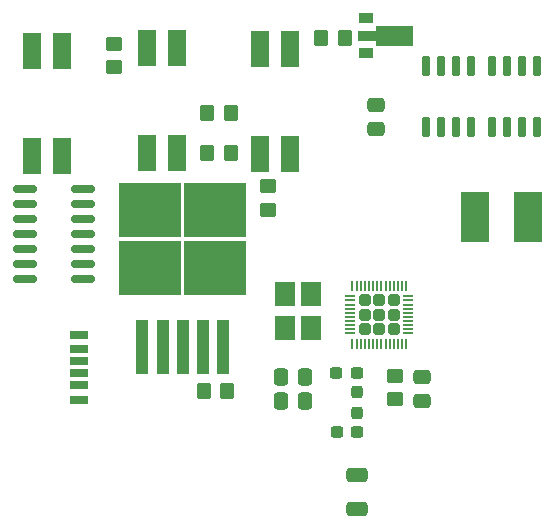
<source format=gbr>
%TF.GenerationSoftware,KiCad,Pcbnew,(6.0.2)*%
%TF.CreationDate,2022-05-11T05:14:46-07:00*%
%TF.ProjectId,InsulinCoolerBoard,496e7375-6c69-46e4-936f-6f6c6572426f,rev?*%
%TF.SameCoordinates,Original*%
%TF.FileFunction,Paste,Top*%
%TF.FilePolarity,Positive*%
%FSLAX46Y46*%
G04 Gerber Fmt 4.6, Leading zero omitted, Abs format (unit mm)*
G04 Created by KiCad (PCBNEW (6.0.2)) date 2022-05-11 05:14:46*
%MOMM*%
%LPD*%
G01*
G04 APERTURE LIST*
G04 Aperture macros list*
%AMRoundRect*
0 Rectangle with rounded corners*
0 $1 Rounding radius*
0 $2 $3 $4 $5 $6 $7 $8 $9 X,Y pos of 4 corners*
0 Add a 4 corners polygon primitive as box body*
4,1,4,$2,$3,$4,$5,$6,$7,$8,$9,$2,$3,0*
0 Add four circle primitives for the rounded corners*
1,1,$1+$1,$2,$3*
1,1,$1+$1,$4,$5*
1,1,$1+$1,$6,$7*
1,1,$1+$1,$8,$9*
0 Add four rect primitives between the rounded corners*
20,1,$1+$1,$2,$3,$4,$5,0*
20,1,$1+$1,$4,$5,$6,$7,0*
20,1,$1+$1,$6,$7,$8,$9,0*
20,1,$1+$1,$8,$9,$2,$3,0*%
%AMFreePoly0*
4,1,9,3.862500,-0.866500,0.737500,-0.866500,0.737500,-0.450000,-0.737500,-0.450000,-0.737500,0.450000,0.737500,0.450000,0.737500,0.866500,3.862500,0.866500,3.862500,-0.866500,3.862500,-0.866500,$1*%
G04 Aperture macros list end*
%ADD10RoundRect,0.250000X0.475000X-0.337500X0.475000X0.337500X-0.475000X0.337500X-0.475000X-0.337500X0*%
%ADD11RoundRect,0.237500X0.237500X-0.287500X0.237500X0.287500X-0.237500X0.287500X-0.237500X-0.287500X0*%
%ADD12R,1.600000X3.100000*%
%ADD13R,2.400000X4.200000*%
%ADD14RoundRect,0.250000X0.450000X-0.350000X0.450000X0.350000X-0.450000X0.350000X-0.450000X-0.350000X0*%
%ADD15RoundRect,0.250000X-0.337500X-0.475000X0.337500X-0.475000X0.337500X0.475000X-0.337500X0.475000X0*%
%ADD16RoundRect,0.237500X0.300000X0.237500X-0.300000X0.237500X-0.300000X-0.237500X0.300000X-0.237500X0*%
%ADD17R,1.600000X0.700000*%
%ADD18R,1.600000X0.760000*%
%ADD19R,1.600000X0.800000*%
%ADD20RoundRect,0.250000X0.350000X0.450000X-0.350000X0.450000X-0.350000X-0.450000X0.350000X-0.450000X0*%
%ADD21R,1.800000X2.100000*%
%ADD22RoundRect,0.250000X-0.650000X0.350000X-0.650000X-0.350000X0.650000X-0.350000X0.650000X0.350000X0*%
%ADD23R,5.250000X4.550000*%
%ADD24R,1.100000X4.600000*%
%ADD25RoundRect,0.247500X0.247500X-0.247500X0.247500X0.247500X-0.247500X0.247500X-0.247500X-0.247500X0*%
%ADD26RoundRect,0.050000X0.050000X-0.350000X0.050000X0.350000X-0.050000X0.350000X-0.050000X-0.350000X0*%
%ADD27RoundRect,0.050000X0.350000X-0.050000X0.350000X0.050000X-0.350000X0.050000X-0.350000X-0.050000X0*%
%ADD28RoundRect,0.250000X-0.475000X0.337500X-0.475000X-0.337500X0.475000X-0.337500X0.475000X0.337500X0*%
%ADD29R,1.300000X0.900000*%
%ADD30FreePoly0,0.000000*%
%ADD31RoundRect,0.150000X0.825000X0.150000X-0.825000X0.150000X-0.825000X-0.150000X0.825000X-0.150000X0*%
%ADD32RoundRect,0.150000X0.150000X-0.725000X0.150000X0.725000X-0.150000X0.725000X-0.150000X-0.725000X0*%
%ADD33RoundRect,0.250000X0.337500X0.475000X-0.337500X0.475000X-0.337500X-0.475000X0.337500X-0.475000X0*%
%ADD34RoundRect,0.250000X-0.350000X-0.450000X0.350000X-0.450000X0.350000X0.450000X-0.350000X0.450000X0*%
%ADD35RoundRect,0.250000X-0.450000X0.350000X-0.450000X-0.350000X0.450000X-0.350000X0.450000X0.350000X0*%
G04 APERTURE END LIST*
D10*
%TO.C,C17*%
X128270000Y-76348500D03*
X128270000Y-74273500D03*
%TD*%
D11*
%TO.C,L1*%
X126669800Y-100341400D03*
X126669800Y-98591400D03*
%TD*%
D12*
%TO.C,U14*%
X118465600Y-78428200D03*
X121005600Y-78428200D03*
X121005600Y-69538200D03*
X118465600Y-69538200D03*
%TD*%
D13*
%TO.C,L2*%
X141097000Y-83769200D03*
X136597000Y-83769200D03*
%TD*%
D14*
%TO.C,R10*%
X129822299Y-99196400D03*
X129822299Y-97196400D03*
%TD*%
D15*
%TO.C,C3*%
X120175200Y-97282000D03*
X122250200Y-97282000D03*
%TD*%
D16*
%TO.C,C2*%
X126617900Y-96977200D03*
X124892900Y-96977200D03*
%TD*%
%TO.C,C1*%
X126644400Y-101955600D03*
X124919400Y-101955600D03*
%TD*%
D17*
%TO.C,J2*%
X103100055Y-95998600D03*
D18*
X103100055Y-98018600D03*
D19*
X103100055Y-99248600D03*
D17*
X103100055Y-96998600D03*
D18*
X103100055Y-94978600D03*
D19*
X103100055Y-93748600D03*
%TD*%
D20*
%TO.C,R40*%
X115655600Y-98501200D03*
X113655600Y-98501200D03*
%TD*%
D21*
%TO.C,Y1*%
X122783299Y-93174701D03*
X122783299Y-90274701D03*
X120583299Y-90274701D03*
X120583299Y-93174701D03*
%TD*%
D22*
%TO.C,AE1*%
X126644400Y-105613200D03*
X126644400Y-108513200D03*
%TD*%
D23*
%TO.C,U17*%
X109105600Y-83211800D03*
X109105600Y-88061800D03*
X114655600Y-83211800D03*
X114655600Y-88061800D03*
D24*
X108480600Y-94786800D03*
X110180600Y-94786800D03*
X111880600Y-94786800D03*
X113580600Y-94786800D03*
X115280600Y-94786800D03*
%TD*%
D25*
%TO.C,U1*%
X127308299Y-93282701D03*
X129768299Y-92052701D03*
X129768299Y-90822701D03*
X128538299Y-92052701D03*
X128538299Y-90822701D03*
X129768299Y-93282701D03*
X127308299Y-92052701D03*
X127308299Y-90822701D03*
X128538299Y-93282701D03*
D26*
X126263299Y-94502701D03*
X126613299Y-94502701D03*
X126963299Y-94502701D03*
X127313299Y-94502701D03*
X127663299Y-94502701D03*
X128013299Y-94502701D03*
X128363299Y-94502701D03*
X128713299Y-94502701D03*
X129063299Y-94502701D03*
X129413299Y-94502701D03*
X129763299Y-94502701D03*
X130113299Y-94502701D03*
X130463299Y-94502701D03*
X130813299Y-94502701D03*
D27*
X130988299Y-93627701D03*
X130988299Y-93277701D03*
X130988299Y-92927701D03*
X130988299Y-92577701D03*
X130988299Y-92227701D03*
X130988299Y-91877701D03*
X130988299Y-91527701D03*
X130988299Y-91177701D03*
X130988299Y-90827701D03*
X130988299Y-90477701D03*
D26*
X130813299Y-89602701D03*
X130463299Y-89602701D03*
X130113299Y-89602701D03*
X129763299Y-89602701D03*
X129413299Y-89602701D03*
X129063299Y-89602701D03*
X128713299Y-89602701D03*
X128363299Y-89602701D03*
X128013299Y-89602701D03*
X127663299Y-89602701D03*
X127313299Y-89602701D03*
X126963299Y-89602701D03*
X126613299Y-89602701D03*
X126263299Y-89602701D03*
D27*
X126088299Y-90477701D03*
X126088299Y-90827701D03*
X126088299Y-91177701D03*
X126088299Y-91527701D03*
X126088299Y-91877701D03*
X126088299Y-92227701D03*
X126088299Y-92577701D03*
X126088299Y-92927701D03*
X126088299Y-93277701D03*
X126088299Y-93627701D03*
%TD*%
D28*
%TO.C,C16*%
X132108299Y-97298901D03*
X132108299Y-99373901D03*
%TD*%
D29*
%TO.C,U19*%
X127382000Y-66902200D03*
D30*
X127469500Y-68402200D03*
D29*
X127382000Y-69902200D03*
%TD*%
D20*
%TO.C,R27*%
X115960400Y-74980800D03*
X113960400Y-74980800D03*
%TD*%
D31*
%TO.C,U5*%
X103465400Y-89052400D03*
X103465400Y-87782400D03*
X103465400Y-86512400D03*
X103465400Y-85242400D03*
X103465400Y-83972400D03*
X103465400Y-82702400D03*
X103465400Y-81432400D03*
X98515400Y-81432400D03*
X98515400Y-82702400D03*
X98515400Y-83972400D03*
X98515400Y-85242400D03*
X98515400Y-86512400D03*
X98515400Y-87782400D03*
X98515400Y-89052400D03*
%TD*%
D32*
%TO.C,U4*%
X138060982Y-76142400D03*
X139330982Y-76142400D03*
X140600982Y-76142400D03*
X141870982Y-76142400D03*
X141870982Y-70992400D03*
X140600982Y-70992400D03*
X139330982Y-70992400D03*
X138060982Y-70992400D03*
%TD*%
D12*
%TO.C,U12*%
X99136200Y-78624000D03*
X101676200Y-78624000D03*
X101676200Y-69734000D03*
X99136200Y-69734000D03*
%TD*%
D33*
%TO.C,C4*%
X122250200Y-99314000D03*
X120175200Y-99314000D03*
%TD*%
D32*
%TO.C,U3*%
X132500800Y-76124300D03*
X133770800Y-76124300D03*
X135040800Y-76124300D03*
X136310800Y-76124300D03*
X136310800Y-70974300D03*
X135040800Y-70974300D03*
X133770800Y-70974300D03*
X132500800Y-70974300D03*
%TD*%
D12*
%TO.C,U13*%
X111404400Y-69487400D03*
X108864400Y-69487400D03*
X108864400Y-78377400D03*
X111404400Y-78377400D03*
%TD*%
D14*
%TO.C,R23*%
X106070400Y-71078600D03*
X106070400Y-69078600D03*
%TD*%
D34*
%TO.C,R28*%
X123628400Y-68605400D03*
X125628400Y-68605400D03*
%TD*%
%TO.C,R18*%
X113960400Y-78308200D03*
X115960400Y-78308200D03*
%TD*%
D35*
%TO.C,R19*%
X119100600Y-81143600D03*
X119100600Y-83143600D03*
%TD*%
M02*

</source>
